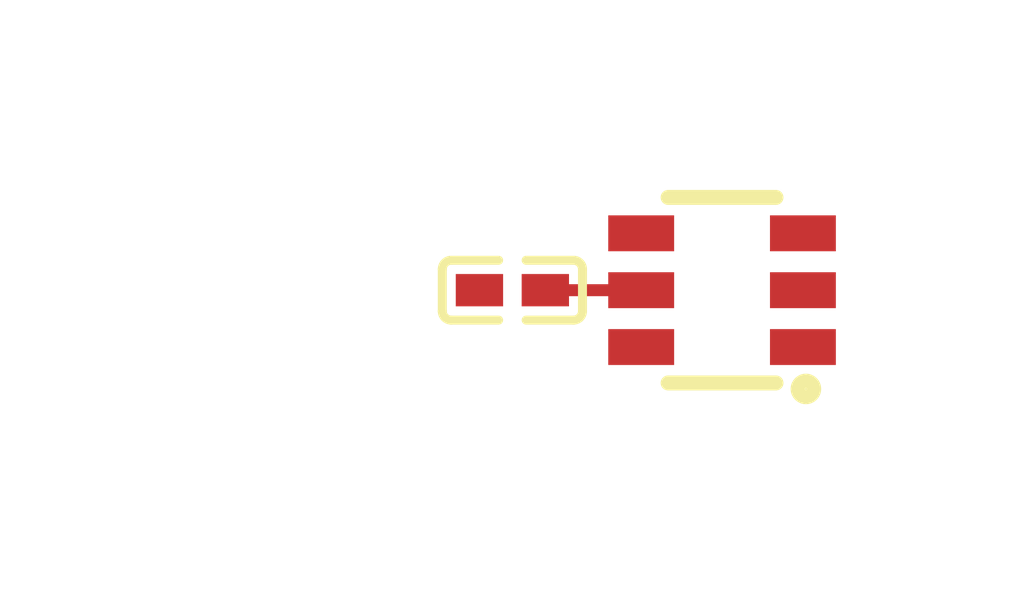
<source format=kicad_pcb>
(kicad_pcb (version 20241229) (generator "pcbnew") (generator_version "9.0")
  (layers (0 "F.Cu" signal) (2 "B.Cu" signal) (13 "F.Paste" user) (15 "B.Paste" user) (5 "F.SilkS" user "F.Silkscreen") (7 "B.SilkS" user "B.Silkscreen") (1 "F.Mask" user) (3 "B.Mask" user) (25 "Edge.Cuts" user))
  (net 0 "")
  (net 1 "line-1")
  (net 2 "line-2")
  (net 3 "line")
  (net 4 "gnd")
  (net 5 "line-3")
  (net 6 "VCC")
  (footprint "atopile:SOT-23-6_L2.9-W1.6-P0.95-LS2.8-BR-bfc73b" (layer "F.Cu") (at 0 0 0)
    (property "Reference" "U1" (hide yes))
    (property "Value" "")
    (fp_line (start -0.9 -1.55) (end 0.9 -1.55) (stroke (width 0.25)) (layer "F.SilkS"))
    (fp_line (start -0.9 1.55) (end 0.9 1.55) (stroke (width 0.25)) (layer "F.SilkS"))
    (fp_circle (center 1.4 1.65) (end 1.53 1.65) (stroke (width 0.25)) (fill no) (layer "F.SilkS"))
    (pad "1" smd rect (at 1.35 0.95 0) (size 1.1 0.6) (layers "F.Cu" "F.Mask" "F.Paste") (net 3 "line"))
    (pad "2" smd rect (at 1.35 0 0) (size 1.1 0.6) (layers "F.Cu" "F.Mask" "F.Paste") (net 4 "gnd"))
    (pad "3" smd rect (at 1.35 -0.95 0) (size 1.1 0.6) (layers "F.Cu" "F.Mask" "F.Paste") (net 5 "line-3"))
    (pad "4" smd rect (at -1.35 -0.95 0) (size 1.1 0.6) (layers "F.Cu" "F.Mask" "F.Paste") (net 2 "line-2"))
    (pad "5" smd rect (at -1.35 0 0) (size 1.1 0.6) (layers "F.Cu" "F.Mask" "F.Paste") (net 6 "VCC"))
    (pad "6" smd rect (at -1.35 0.95 0) (size 1.1 0.6) (layers "F.Cu" "F.Mask" "F.Paste") (net 1 "line-1"))
  )
  (footprint "atopile:C0402-b3ef17" (layer "F.Cu") (at -3.5 0 180)
    (property "Reference" "C1" (hide yes))
    (property "Value" "100nF ±10% 16V X7R")
    (fp_line (start 1.17 0.35) (end 1.17 -0.35) (stroke (width 0.15)) (layer "F.SilkS"))
    (fp_line (start 1.02 -0.5) (end 0.23 -0.5) (stroke (width 0.15)) (layer "F.SilkS"))
    (fp_line (start 0.23 0.5) (end 1.02 0.5) (stroke (width 0.15)) (layer "F.SilkS"))
    (fp_line (start -0.23 0.5) (end -1.02 0.5) (stroke (width 0.15)) (layer "F.SilkS"))
    (fp_line (start -1.02 -0.5) (end -0.23 -0.5) (stroke (width 0.15)) (layer "F.SilkS"))
    (fp_line (start -1.17 0.35) (end -1.17 -0.35) (stroke (width 0.15)) (layer "F.SilkS"))
    (fp_arc (start 1.17 0.35) (mid 1.126066 0.456066) (end 1.02 0.5) (stroke (width 0.15)) (layer "F.SilkS"))
    (fp_arc (start 1.02 -0.5) (mid 1.126066 -0.456066) (end 1.17 -0.35) (stroke (width 0.15)) (layer "F.SilkS"))
    (fp_arc (start -1.02 0.5) (mid -1.126066 0.456066) (end -1.17 0.35) (stroke (width 0.15)) (layer "F.SilkS"))
    (fp_arc (start -1.17 -0.35) (mid -1.126066 -0.456066) (end -1.02 -0.5) (stroke (width 0.15)) (layer "F.SilkS"))
    (pad "1" smd rect (at -0.55 0 180) (size 0.79 0.54) (layers "F.Cu" "F.Mask" "F.Paste") (net 6 "VCC"))
    (pad "2" smd rect (at 0.55 0 180) (size 0.79 0.54) (layers "F.Cu" "F.Mask" "F.Paste") (net 4 "gnd"))
  )
  (segment (start -2.95 0) (end -1.35 0) (width 0.2) (net 6) (layer "F.Cu"))
)
</source>
